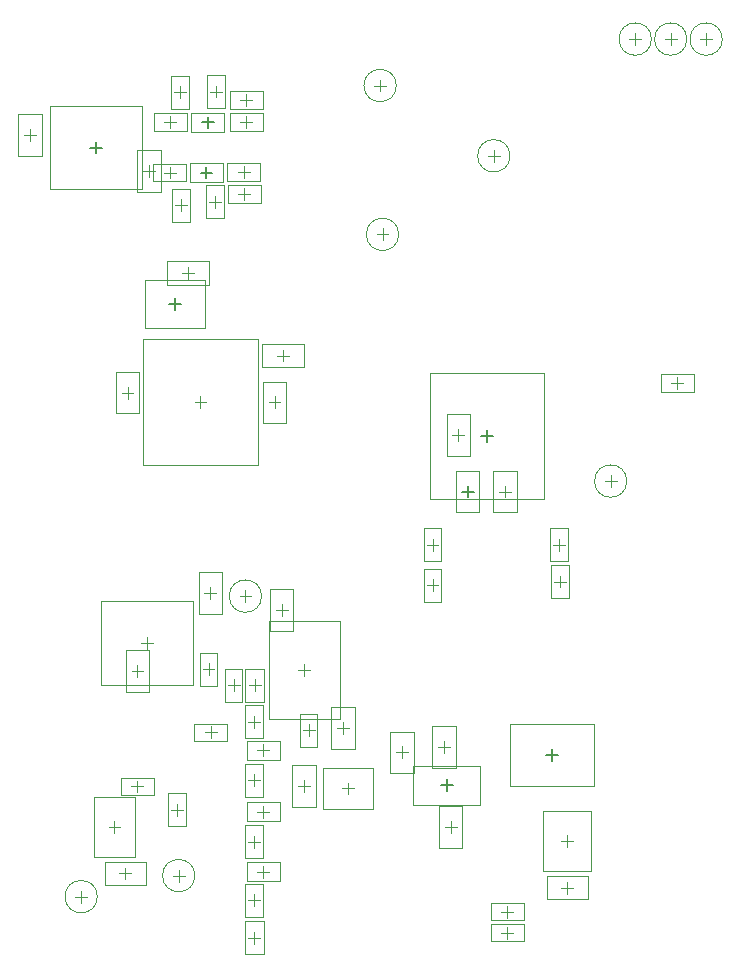
<source format=gbr>
G04 Layer_Color=32768*
%FSLAX26Y26*%
%MOIN*%
%TF.FileFunction,Other,Mechanical_15*%
%TF.Part,Single*%
G01*
G75*
%TA.AperFunction,NonConductor*%
%ADD57C,0.003937*%
%ADD59C,0.005000*%
%ADD93C,0.001968*%
D57*
X-590000Y-2279684D02*
Y-2240314D01*
X-609686Y-2260000D02*
X-570314D01*
X-590000Y-2074684D02*
Y-2035314D01*
X-609686Y-2055000D02*
X-570314D01*
X-590000Y-2474684D02*
Y-2435314D01*
X-609686Y-2455000D02*
X-570314D01*
X800314Y-730000D02*
X839686D01*
X820000Y-749686D02*
Y-710314D01*
X-616000Y119314D02*
Y158686D01*
X-635686Y139000D02*
X-596314D01*
X-616000Y194314D02*
Y233686D01*
X-635686Y214000D02*
X-596314D01*
X-624000Y-47686D02*
Y-8314D01*
X-643686Y-28000D02*
X-604314D01*
X233780Y-2492522D02*
X273150D01*
X253464Y-2512206D02*
Y-2472836D01*
X-408416Y-1907000D02*
Y-1867630D01*
X-428102Y-1887316D02*
X-388730D01*
X-1031684Y-763002D02*
X-992314D01*
X-1012000Y-782686D02*
Y-743316D01*
X-948306Y-1616890D02*
Y-1577520D01*
X-967990Y-1597206D02*
X-928620D01*
X-998685Y-1690000D02*
X-959315D01*
X-978999Y-1709686D02*
Y-1670316D01*
X-590000Y-2599684D02*
Y-2560314D01*
X-609684Y-2580000D02*
X-570314D01*
X-579686Y-2360000D02*
X-540314D01*
X-560000Y-2379684D02*
Y-2340314D01*
X-579686Y-2160000D02*
X-540314D01*
X-560000Y-2179684D02*
Y-2140314D01*
X-276708Y-2101608D02*
Y-2062238D01*
X-296394Y-2081922D02*
X-257024D01*
X-999124Y-2075152D02*
X-959754D01*
X-979440Y-2094836D02*
Y-2055466D01*
X-846534Y-2172206D02*
Y-2132836D01*
X-866220Y-2152522D02*
X-826850D01*
X-513684Y-639002D02*
X-474314D01*
X-494000Y-658686D02*
Y-619316D01*
X-579686Y-1955000D02*
X-540316D01*
X-560000Y-1974684D02*
Y-1935314D01*
X-588416Y-1757002D02*
Y-1717630D01*
X-608100Y-1737316D02*
X-568730D01*
X-788684Y-793002D02*
X-749314D01*
X-769000Y-812686D02*
Y-773316D01*
X233778Y-2562522D02*
X273148D01*
X253464Y-2582208D02*
Y-2542838D01*
X-590000Y-1879684D02*
Y-1840314D01*
X-609684Y-1860000D02*
X-570314D01*
X-741999Y-1703684D02*
Y-1664314D01*
X-761683Y-1684000D02*
X-722313D01*
X-754686Y-1895000D02*
X-715316D01*
X-735000Y-1914684D02*
Y-1875314D01*
X-658416Y-1757000D02*
Y-1717630D01*
X-678102Y-1737316D02*
X-638730D01*
X-889684Y139998D02*
X-850314D01*
X-870000Y120314D02*
Y159684D01*
X-717000Y221316D02*
Y260686D01*
X-736684Y241000D02*
X-697314D01*
X-721000Y-145686D02*
Y-106316D01*
X-740684Y-126002D02*
X-701314D01*
X-890684Y-29018D02*
X-851314D01*
X-871000Y-48702D02*
Y-9332D01*
X-834000Y-157686D02*
Y-118316D01*
X-853684Y-138002D02*
X-814314D01*
X-642684Y-101000D02*
X-603314D01*
X-623000Y-120684D02*
Y-81314D01*
X-837000Y219316D02*
Y258686D01*
X-856684Y239000D02*
X-817314D01*
X-14990Y-1270206D02*
X24380D01*
X4694Y-1289890D02*
Y-1250520D01*
X407010Y-1270206D02*
X446380D01*
X426694Y-1289890D02*
Y-1250520D01*
X410010Y-1392206D02*
X449380D01*
X429694Y-1411890D02*
Y-1372520D01*
X-14990Y-1404206D02*
X24380D01*
X4694Y-1423890D02*
Y-1384520D01*
X-755687Y-1431001D02*
X-716317D01*
X-736001Y-1450685D02*
Y-1411315D01*
X-518102Y-1487316D02*
X-478732D01*
X-498416Y-1507000D02*
Y-1467630D01*
X-313100Y-1880112D02*
X-273730D01*
X-293416Y-1899798D02*
Y-1860426D01*
X71030Y-903592D02*
X110400D01*
X90716Y-923278D02*
Y-883908D01*
X226896Y-1092160D02*
X266266D01*
X246582Y-1111846D02*
Y-1072474D01*
X-959684Y-24002D02*
X-920314D01*
X-940000Y-43686D02*
Y-4316D01*
X-1357684Y95794D02*
X-1318314D01*
X-1338000Y76108D02*
Y115478D01*
X-811000Y-383686D02*
Y-344316D01*
X-830684Y-364002D02*
X-791314D01*
X-541684Y-795002D02*
X-502314D01*
X-522000Y-814686D02*
Y-775316D01*
X-442990Y-2074206D02*
X-403620D01*
X-423306Y-2093890D02*
Y-2054520D01*
X-115992Y-1961410D02*
X-76622D01*
X-96306Y-1981096D02*
Y-1941726D01*
X24010Y-1944206D02*
X63380D01*
X43694Y-1963890D02*
Y-1924520D01*
X45318Y-2210000D02*
X84688D01*
X65002Y-2229686D02*
Y-2190316D01*
X-423030Y-1706434D02*
Y-1667064D01*
X-442714Y-1686748D02*
X-403344D01*
X-1075424Y-2210042D02*
X-1036054D01*
X-1055740Y-2229726D02*
Y-2190356D01*
X-1019440Y-2384836D02*
Y-2345466D01*
X-1039126Y-2365152D02*
X-999756D01*
X433780Y-2257522D02*
X473150D01*
X453464Y-2277208D02*
Y-2237838D01*
X433780Y-2412522D02*
X473150D01*
X453464Y-2432206D02*
Y-2392836D01*
X-181684Y-235002D02*
X-142314D01*
X-162000Y-254686D02*
Y-215316D01*
X-638685Y-1440999D02*
X-599315D01*
X-618999Y-1460685D02*
Y-1421315D01*
X189316Y26998D02*
X228686D01*
X209000Y7314D02*
Y46684D01*
X-861220Y-2372522D02*
X-821850D01*
X-841536Y-2392206D02*
Y-2352836D01*
X896890Y415824D02*
X936260D01*
X916574Y396140D02*
Y435510D01*
X778780Y415824D02*
X818150D01*
X798464Y396140D02*
Y435510D01*
X660670Y415824D02*
X700040D01*
X680354Y396140D02*
Y435510D01*
X-1186220Y-2442522D02*
X-1146850D01*
X-1166536Y-2462206D02*
Y-2422836D01*
X-189684Y260998D02*
X-150314D01*
X-170000Y241314D02*
Y280684D01*
X578780Y-1057522D02*
X618150D01*
X598464Y-1077206D02*
Y-1037836D01*
D59*
X-853000Y-487686D02*
Y-448316D01*
X-872684Y-468002D02*
X-833314D01*
X52150Y-2090860D02*
Y-2051490D01*
X32466Y-2071174D02*
X71836D01*
X402426Y-1990386D02*
Y-1951016D01*
X382742Y-1970702D02*
X422112D01*
X-1115976Y34770D02*
Y74140D01*
X-1135662Y54456D02*
X-1096292D01*
X166030Y-907592D02*
X205400D01*
X185716Y-927278D02*
Y-887908D01*
X-768686Y-29000D02*
X-729316D01*
X-749000Y-48686D02*
Y-9316D01*
X-763686Y138002D02*
X-724316D01*
X-744000Y118316D02*
Y157686D01*
X121582Y-1111846D02*
Y-1072476D01*
X101898Y-1092160D02*
X141268D01*
D93*
X-108063Y-235002D02*
G03*
X-108063Y-235002I-53937J0D01*
G01*
X-565063Y-1441000D02*
G03*
X-565063Y-1441000I-53937J0D01*
G01*
X262937Y26998D02*
G03*
X262937Y26998I-53937J0D01*
G01*
X-787598Y-2372522D02*
G03*
X-787598Y-2372522I-53937J0D01*
G01*
X970512Y415825D02*
G03*
X970512Y415825I-53937J0D01*
G01*
X852402D02*
G03*
X852402Y415825I-53937J0D01*
G01*
X734291D02*
G03*
X734291Y415825I-53937J0D01*
G01*
X-1112598Y-2442522D02*
G03*
X-1112598Y-2442522I-53937J0D01*
G01*
X-116063Y260998D02*
G03*
X-116063Y260998I-53937J0D01*
G01*
X652402Y-1057522D02*
G03*
X652402Y-1057522I-53937J0D01*
G01*
X-619528Y-2315118D02*
X-560472D01*
X-619528Y-2204882D02*
X-560472D01*
X-619528Y-2315118D02*
Y-2204882D01*
X-560472Y-2315118D02*
Y-2204882D01*
X-619528Y-2110118D02*
X-560472D01*
X-619528Y-1999882D02*
X-560472D01*
X-619528Y-2110118D02*
Y-1999882D01*
X-560472Y-2110118D02*
Y-1999882D01*
X-619528Y-2510118D02*
X-560472D01*
X-619528Y-2399882D02*
X-560472D01*
X-619528Y-2510118D02*
Y-2399882D01*
X-560472Y-2510118D02*
Y-2399882D01*
X875118Y-759528D02*
Y-700472D01*
X764882Y-759528D02*
Y-700472D01*
Y-759528D02*
X875118D01*
X764882Y-700472D02*
X875118D01*
X-671118Y168528D02*
X-560882D01*
X-671118Y109472D02*
X-560882D01*
X-671118D02*
Y168528D01*
X-560882Y109472D02*
Y168528D01*
X-671118Y243528D02*
X-560882D01*
X-671118Y184472D02*
X-560882D01*
X-671118D02*
Y243528D01*
X-560882Y184472D02*
Y243528D01*
X-679118Y1528D02*
X-568882D01*
X-679118Y-57528D02*
X-568882D01*
X-679118D02*
Y1528D01*
X-568882Y-57528D02*
Y1528D01*
X198346Y-2522050D02*
Y-2462994D01*
X308582Y-2522050D02*
Y-2462994D01*
X198346D02*
X308582D01*
X198346Y-2522050D02*
X308582D01*
X-437944Y-1942434D02*
X-378888D01*
X-437944Y-1832198D02*
X-378888D01*
X-437944Y-1942434D02*
Y-1832198D01*
X-378888Y-1942434D02*
Y-1832198D01*
X-1051370Y-831900D02*
Y-694104D01*
X-972630Y-831900D02*
Y-694104D01*
X-1051370Y-831900D02*
X-972630D01*
X-1051370Y-694104D02*
X-972630D01*
X-1101850Y-1736970D02*
X-794762D01*
X-1101850Y-1457442D02*
X-794762D01*
Y-1736970D02*
Y-1457442D01*
X-1101850Y-1736970D02*
Y-1457442D01*
X-939629Y-1758898D02*
Y-1621104D01*
X-1018369Y-1758898D02*
Y-1621104D01*
Y-1758898D02*
X-939629D01*
X-1018369Y-1621104D02*
X-939629D01*
X-621496Y-2635118D02*
X-558504D01*
X-621496Y-2524882D02*
X-558504D01*
X-621496Y-2635118D02*
Y-2524882D01*
X-558504Y-2635118D02*
Y-2524882D01*
X-504882Y-2391496D02*
Y-2328504D01*
X-615118Y-2391496D02*
Y-2328504D01*
Y-2391496D02*
X-504882D01*
X-615118Y-2328504D02*
X-504882D01*
Y-2191496D02*
Y-2128504D01*
X-615118Y-2191496D02*
Y-2128504D01*
Y-2191496D02*
X-504882D01*
X-615118Y-2128504D02*
X-504882D01*
X-359386Y-2150820D02*
X-194030D01*
X-359386Y-2013026D02*
X-194030D01*
Y-2150820D02*
Y-2013026D01*
X-359386Y-2150820D02*
Y-2013026D01*
X-1034558Y-2104680D02*
Y-2045624D01*
X-924322Y-2104680D02*
Y-2045624D01*
X-1034558Y-2104680D02*
X-924322D01*
X-1034558Y-2045624D02*
X-924322D01*
X-876062Y-2207640D02*
X-817006D01*
X-876062Y-2097404D02*
X-817006D01*
X-876062Y-2207640D02*
Y-2097404D01*
X-817006Y-2207640D02*
Y-2097404D01*
X-562898Y-678372D02*
Y-599632D01*
X-425102Y-678372D02*
Y-599632D01*
X-562898D02*
X-425102D01*
X-562898Y-678372D02*
X-425102D01*
X-504882Y-1986496D02*
Y-1923504D01*
X-615118Y-1986496D02*
Y-1923504D01*
Y-1986496D02*
X-504882D01*
X-615118Y-1923504D02*
X-504882D01*
X-619912Y-1682198D02*
X-556920D01*
X-619912Y-1792434D02*
X-556920D01*
Y-1682198D01*
X-619912Y-1792434D02*
Y-1682198D01*
X-959944Y-1003632D02*
Y-582372D01*
X-578054Y-1003632D02*
Y-582372D01*
X-959944D02*
X-578054D01*
X-959944Y-1003632D02*
X-578054D01*
X308582Y-2592050D02*
Y-2532994D01*
X198346Y-2592050D02*
Y-2532994D01*
Y-2592050D02*
X308582D01*
X198346Y-2532994D02*
X308582D01*
X-619528Y-1915118D02*
X-560472D01*
X-619528Y-1804882D02*
X-560472D01*
X-619528Y-1915118D02*
Y-1804882D01*
X-560472Y-1915118D02*
Y-1804882D01*
X-771527Y-1739118D02*
X-712471D01*
X-771527Y-1628882D02*
X-712471D01*
X-771527Y-1739118D02*
Y-1628882D01*
X-712471Y-1739118D02*
Y-1628882D01*
X-679882Y-1924528D02*
Y-1865472D01*
X-790118Y-1924528D02*
Y-1865472D01*
Y-1924528D02*
X-679882D01*
X-790118Y-1865472D02*
X-679882D01*
X-687944Y-1792434D02*
X-628888D01*
X-687944Y-1682198D02*
X-628888D01*
X-687944Y-1792434D02*
Y-1682198D01*
X-628888Y-1792434D02*
Y-1682198D01*
X-814882Y110470D02*
Y169526D01*
X-925118Y110470D02*
Y169526D01*
Y110470D02*
X-814882D01*
X-925118Y169526D02*
X-814882D01*
X-746528Y296118D02*
X-687472D01*
X-746528Y185882D02*
X-687472D01*
Y296118D01*
X-746528Y185882D02*
Y296118D01*
X-750528Y-181120D02*
X-691472D01*
X-750528Y-70884D02*
X-691472D01*
X-750528Y-181120D02*
Y-70884D01*
X-691472Y-181120D02*
Y-70884D01*
X-926118Y-58544D02*
Y510D01*
X-815882Y-58544D02*
Y510D01*
X-926118D02*
X-815882D01*
X-926118Y-58544D02*
X-815882D01*
X-863528Y-82884D02*
X-804472D01*
X-863528Y-193120D02*
X-804472D01*
Y-82884D01*
X-863528Y-193120D02*
Y-82884D01*
X-567882Y-130528D02*
Y-71472D01*
X-678118Y-130528D02*
Y-71472D01*
Y-130528D02*
X-567882D01*
X-678118Y-71472D02*
X-567882D01*
X-866528Y294118D02*
X-807472D01*
X-866528Y183882D02*
X-807472D01*
Y294118D01*
X-866528Y183882D02*
Y294118D01*
X-953394Y-548710D02*
X-752606D01*
X-953394Y-387294D02*
X-752606D01*
Y-548710D02*
Y-387294D01*
X-953394Y-548710D02*
Y-387294D01*
X-60054Y-2006214D02*
X164356D01*
X-60054Y-2136134D02*
X164356D01*
X-60054D02*
Y-2006214D01*
X164356Y-2136134D02*
Y-2006214D01*
X262662Y-2075032D02*
X542190D01*
X262662Y-1866370D02*
X542190D01*
Y-2075032D02*
Y-1866370D01*
X262662Y-2075032D02*
Y-1866370D01*
X-1269520Y-85308D02*
X-962432D01*
X-1269520Y194218D02*
X-962432D01*
Y-85308D02*
Y194218D01*
X-1269520Y-85308D02*
Y194218D01*
X376660Y-1118222D02*
Y-696964D01*
X-5230Y-1118222D02*
Y-696964D01*
Y-1118222D02*
X376660D01*
X-5230Y-696964D02*
X376660D01*
X-693882Y-60498D02*
Y2496D01*
X-804118Y-60498D02*
Y2496D01*
Y-60498D02*
X-693882D01*
X-804118Y2496D02*
X-693882D01*
X-688882Y106504D02*
Y169498D01*
X-799118Y106504D02*
Y169498D01*
Y106504D02*
X-688882D01*
X-799118Y169498D02*
X-688882D01*
X82212Y-1023262D02*
X160952D01*
X82212Y-1161058D02*
X160952D01*
X82212D02*
Y-1023262D01*
X160952Y-1161058D02*
Y-1023262D01*
X34222Y-1325324D02*
Y-1215088D01*
X-24834Y-1325324D02*
Y-1215088D01*
X34222D01*
X-24834Y-1325324D02*
X34222D01*
X456222D02*
Y-1215088D01*
X397166Y-1325324D02*
Y-1215088D01*
X456222D01*
X397166Y-1325324D02*
X456222D01*
X459222Y-1447324D02*
Y-1337088D01*
X400166Y-1447324D02*
Y-1337088D01*
X459222D01*
X400166Y-1447324D02*
X459222D01*
X34222Y-1459324D02*
Y-1349088D01*
X-24834Y-1459324D02*
Y-1349088D01*
X34222D01*
X-24834Y-1459324D02*
X34222D01*
X-696631Y-1499899D02*
Y-1362103D01*
X-775371Y-1499899D02*
Y-1362103D01*
X-696631D01*
X-775371Y-1499899D02*
X-696631D01*
X-459046Y-1556214D02*
Y-1418418D01*
X-537786Y-1556214D02*
Y-1418418D01*
X-459046D01*
X-537786Y-1556214D02*
X-459046D01*
X-332786Y-1949010D02*
Y-1811214D01*
X-254046Y-1949010D02*
Y-1811214D01*
X-332786Y-1949010D02*
X-254046D01*
X-332786Y-1811214D02*
X-254046D01*
X51346Y-972490D02*
Y-834696D01*
X130086Y-972490D02*
Y-834696D01*
X51346D02*
X130086D01*
X51346Y-972490D02*
X130086D01*
X285952Y-1161058D02*
Y-1023262D01*
X207212Y-1161058D02*
Y-1023262D01*
Y-1161058D02*
X285952D01*
X207212Y-1023262D02*
X285952D01*
X-900630Y-92900D02*
Y44896D01*
X-979370Y-92900D02*
Y44896D01*
Y-92900D02*
X-900630D01*
X-979370Y44896D02*
X-900630D01*
X-1298630Y26896D02*
Y164692D01*
X-1377370Y26896D02*
Y164692D01*
X-1298630D01*
X-1377370Y26896D02*
X-1298630D01*
X-879898Y-403372D02*
X-742102D01*
X-879898Y-324632D02*
X-742102D01*
Y-403372D02*
Y-324632D01*
X-879898Y-403372D02*
Y-324632D01*
X-561370Y-863900D02*
Y-726104D01*
X-482630Y-863900D02*
Y-726104D01*
X-561370Y-863900D02*
X-482630D01*
X-561370Y-726104D02*
X-482630D01*
X-383936Y-2143104D02*
Y-2005308D01*
X-462676Y-2143104D02*
Y-2005308D01*
X-383936D01*
X-462676Y-2143104D02*
X-383936D01*
X-56936Y-2030308D02*
Y-1892512D01*
X-135676Y-2030308D02*
Y-1892512D01*
X-56936D01*
X-135676Y-2030308D02*
X-56936D01*
X4324Y-2013104D02*
Y-1875308D01*
X83064Y-2013104D02*
Y-1875308D01*
X4324D02*
X83064D01*
X4324Y-2013104D02*
X83064D01*
X25632Y-2278898D02*
Y-2141102D01*
X104372Y-2278898D02*
Y-2141102D01*
X25632Y-2278898D02*
X104372D01*
X25632Y-2141102D02*
X104372D01*
X-541140Y-1850134D02*
X-304920D01*
X-541140Y-1523364D02*
X-304920D01*
X-541140Y-1850134D02*
Y-1523364D01*
X-304920Y-1850134D02*
Y-1523364D01*
X-986842Y-2309450D02*
Y-2110632D01*
X-1124638Y-2309450D02*
Y-2110632D01*
Y-2309450D02*
X-986842D01*
X-1124638Y-2110632D02*
X-986842D01*
X-1088338Y-2325782D02*
X-950542D01*
X-1088338Y-2404522D02*
X-950542D01*
Y-2325782D01*
X-1088338Y-2404522D02*
Y-2325782D01*
X372756Y-2357916D02*
Y-2157128D01*
X534174Y-2357916D02*
Y-2157128D01*
X372756Y-2357916D02*
X534174D01*
X372756Y-2157128D02*
X534174D01*
X384568Y-2451892D02*
Y-2373152D01*
X522362Y-2451892D02*
Y-2373152D01*
X384568D02*
X522362D01*
X384568Y-2451892D02*
X522362D01*
%TF.MD5,0e65aa2c1fc7e0cd2dc43b0a6aa13134*%
M02*

</source>
